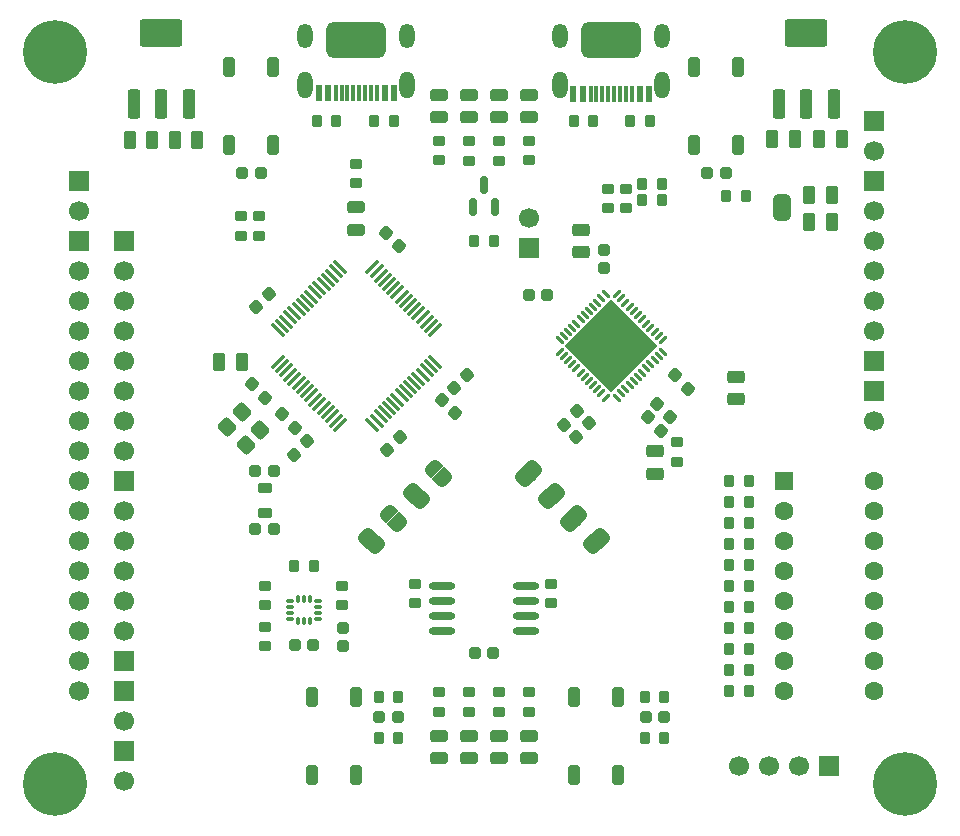
<source format=gbr>
%TF.GenerationSoftware,KiCad,Pcbnew,9.0.4*%
%TF.CreationDate,2025-12-11T19:56:23+01:00*%
%TF.ProjectId,iCEBrainstorm,69434542-7261-4696-9e73-746f726d2e6b,rev?*%
%TF.SameCoordinates,Original*%
%TF.FileFunction,Soldermask,Top*%
%TF.FilePolarity,Negative*%
%FSLAX46Y46*%
G04 Gerber Fmt 4.6, Leading zero omitted, Abs format (unit mm)*
G04 Created by KiCad (PCBNEW 9.0.4) date 2025-12-11 19:56:23*
%MOMM*%
%LPD*%
G01*
G04 APERTURE LIST*
G04 Aperture macros list*
%AMRoundRect*
0 Rectangle with rounded corners*
0 $1 Rounding radius*
0 $2 $3 $4 $5 $6 $7 $8 $9 X,Y pos of 4 corners*
0 Add a 4 corners polygon primitive as box body*
4,1,4,$2,$3,$4,$5,$6,$7,$8,$9,$2,$3,0*
0 Add four circle primitives for the rounded corners*
1,1,$1+$1,$2,$3*
1,1,$1+$1,$4,$5*
1,1,$1+$1,$6,$7*
1,1,$1+$1,$8,$9*
0 Add four rect primitives between the rounded corners*
20,1,$1+$1,$2,$3,$4,$5,0*
20,1,$1+$1,$4,$5,$6,$7,0*
20,1,$1+$1,$6,$7,$8,$9,0*
20,1,$1+$1,$8,$9,$2,$3,0*%
%AMRotRect*
0 Rectangle, with rotation*
0 The origin of the aperture is its center*
0 $1 length*
0 $2 width*
0 $3 Rotation angle, in degrees counterclockwise*
0 Add horizontal line*
21,1,$1,$2,0,0,$3*%
%AMFreePoly0*
4,1,23,0.500000,-0.750000,0.000000,-0.750000,0.000000,-0.745722,-0.065263,-0.745722,-0.191342,-0.711940,-0.304381,-0.646677,-0.396677,-0.554381,-0.461940,-0.441342,-0.495722,-0.315263,-0.495722,-0.250000,-0.500000,-0.250000,-0.500000,0.250000,-0.495722,0.250000,-0.495722,0.315263,-0.461940,0.441342,-0.396677,0.554381,-0.304381,0.646677,-0.191342,0.711940,-0.065263,0.745722,0.000000,0.745722,
0.000000,0.750000,0.500000,0.750000,0.500000,-0.750000,0.500000,-0.750000,$1*%
%AMFreePoly1*
4,1,23,0.000000,0.745722,0.065263,0.745722,0.191342,0.711940,0.304381,0.646677,0.396677,0.554381,0.461940,0.441342,0.495722,0.315263,0.495722,0.250000,0.500000,0.250000,0.500000,-0.250000,0.495722,-0.250000,0.495722,-0.315263,0.461940,-0.441342,0.396677,-0.554381,0.304381,-0.646677,0.191342,-0.711940,0.065263,-0.745722,0.000000,-0.745722,0.000000,-0.750000,-0.500000,-0.750000,
-0.500000,0.750000,0.000000,0.750000,0.000000,0.745722,0.000000,0.745722,$1*%
G04 Aperture macros list end*
%ADD10C,0.000000*%
%ADD11RoundRect,0.261500X0.476500X-0.261500X0.476500X0.261500X-0.476500X0.261500X-0.476500X-0.261500X0*%
%ADD12RoundRect,0.269000X0.494000X-0.269000X0.494000X0.269000X-0.494000X0.269000X-0.494000X-0.269000X0*%
%ADD13RoundRect,0.219000X0.219000X0.294000X-0.219000X0.294000X-0.219000X-0.294000X0.219000X-0.294000X0*%
%ADD14RoundRect,0.219000X-0.219000X-0.294000X0.219000X-0.294000X0.219000X0.294000X-0.219000X0.294000X0*%
%ADD15O,2.250000X0.630000*%
%ADD16RoundRect,0.244000X0.244000X0.269000X-0.244000X0.269000X-0.244000X-0.269000X0.244000X-0.269000X0*%
%ADD17RoundRect,0.250000X-0.300000X1.000000X-0.300000X-1.000000X0.300000X-1.000000X0.300000X1.000000X0*%
%ADD18C,0.500000*%
%ADD19RoundRect,0.250000X-1.550000X0.920000X-1.550000X-0.920000X1.550000X-0.920000X1.550000X0.920000X0*%
%ADD20RoundRect,0.269000X-0.269000X-0.494000X0.269000X-0.494000X0.269000X0.494000X-0.269000X0.494000X0*%
%ADD21C,5.400000*%
%ADD22RoundRect,0.244000X-0.362746X-0.017678X-0.017678X-0.362746X0.362746X0.017678X0.017678X0.362746X0*%
%ADD23RoundRect,0.261500X-0.476500X0.261500X-0.476500X-0.261500X0.476500X-0.261500X0.476500X0.261500X0*%
%ADD24FreePoly0,270.000000*%
%ADD25FreePoly1,270.000000*%
%ADD26RoundRect,0.219000X0.294000X-0.219000X0.294000X0.219000X-0.294000X0.219000X-0.294000X-0.219000X0*%
%ADD27RoundRect,0.244000X-0.017678X0.362746X-0.362746X0.017678X0.017678X-0.362746X0.362746X-0.017678X0*%
%ADD28RoundRect,0.269000X-0.494000X0.269000X-0.494000X-0.269000X0.494000X-0.269000X0.494000X0.269000X0*%
%ADD29R,1.700000X1.700000*%
%ADD30C,1.700000*%
%ADD31RoundRect,0.219000X-0.294000X0.219000X-0.294000X-0.219000X0.294000X-0.219000X0.294000X0.219000X0*%
%ADD32RoundRect,0.244000X-0.244000X-0.269000X0.244000X-0.269000X0.244000X0.269000X-0.244000X0.269000X0*%
%ADD33RoundRect,0.250000X-0.550000X-0.550000X0.550000X-0.550000X0.550000X0.550000X-0.550000X0.550000X0*%
%ADD34C,1.600000*%
%ADD35RoundRect,0.250000X0.250000X-0.600000X0.250000X0.600000X-0.250000X0.600000X-0.250000X-0.600000X0*%
%ADD36RoundRect,0.244000X0.017678X-0.362746X0.362746X-0.017678X-0.017678X0.362746X-0.362746X0.017678X0*%
%ADD37RoundRect,0.250000X-0.250000X0.600000X-0.250000X-0.600000X0.250000X-0.600000X0.250000X0.600000X0*%
%ADD38RoundRect,0.062500X-0.309359X0.220971X0.220971X-0.309359X0.309359X-0.220971X-0.220971X0.309359X0*%
%ADD39RoundRect,0.062500X-0.309359X-0.220971X-0.220971X-0.309359X0.309359X0.220971X0.220971X0.309359X0*%
%ADD40RotRect,5.600000X5.600000X315.000000*%
%ADD41RoundRect,0.250000X-0.565685X0.070711X0.070711X-0.565685X0.565685X-0.070711X-0.070711X0.565685X0*%
%ADD42RoundRect,0.150000X0.150000X-0.590000X0.150000X0.590000X-0.150000X0.590000X-0.150000X-0.590000X0*%
%ADD43R,0.300000X1.400000*%
%ADD44R,0.500000X1.400000*%
%ADD45O,1.300000X2.300000*%
%ADD46O,1.300000X2.100000*%
%ADD47RoundRect,0.500000X2.000000X1.000000X-2.000000X1.000000X-2.000000X-1.000000X2.000000X-1.000000X0*%
%ADD48RoundRect,0.244000X-0.269000X0.244000X-0.269000X-0.244000X0.269000X-0.244000X0.269000X0.244000X0*%
%ADD49FreePoly0,45.000000*%
%ADD50FreePoly1,45.000000*%
%ADD51FreePoly0,315.000000*%
%ADD52FreePoly1,315.000000*%
%ADD53RoundRect,0.244000X0.269000X-0.244000X0.269000X0.244000X-0.269000X0.244000X-0.269000X-0.244000X0*%
%ADD54RoundRect,0.269000X0.269000X0.494000X-0.269000X0.494000X-0.269000X-0.494000X0.269000X-0.494000X0*%
%ADD55RoundRect,0.075000X-0.441942X-0.548008X0.548008X0.441942X0.441942X0.548008X-0.548008X-0.441942X0*%
%ADD56RoundRect,0.075000X0.441942X-0.548008X0.548008X-0.441942X-0.441942X0.548008X-0.548008X0.441942X0*%
%ADD57RoundRect,0.244000X0.362746X0.017678X0.017678X0.362746X-0.362746X-0.017678X-0.017678X-0.362746X0*%
%ADD58RoundRect,0.087500X-0.225000X-0.087500X0.225000X-0.087500X0.225000X0.087500X-0.225000X0.087500X0*%
%ADD59RoundRect,0.087500X-0.087500X-0.225000X0.087500X-0.225000X0.087500X0.225000X-0.087500X0.225000X0*%
%ADD60RoundRect,0.220000X-0.380000X0.220000X-0.380000X-0.220000X0.380000X-0.220000X0.380000X0.220000X0*%
G04 APERTURE END LIST*
%TO.C,JP1*%
G36*
X126328800Y-76999200D02*
G01*
X124828800Y-76999200D01*
X124828800Y-77299200D01*
X126328800Y-77299200D01*
X126328800Y-76999200D01*
G37*
D10*
%TO.C,JP6*%
G36*
X104776396Y-100119264D02*
G01*
X104564264Y-100331396D01*
X103503604Y-99270736D01*
X103715736Y-99058604D01*
X104776396Y-100119264D01*
G37*
%TO.C,JP3*%
G36*
X93346396Y-103080736D02*
G01*
X92285736Y-104141396D01*
X92073604Y-103929264D01*
X93134264Y-102868604D01*
X93346396Y-103080736D01*
G37*
%TO.C,JP9*%
G36*
X108586396Y-103929264D02*
G01*
X108374264Y-104141396D01*
X107313604Y-103080736D01*
X107525736Y-102868604D01*
X108586396Y-103929264D01*
G37*
%TO.C,JP7*%
G36*
X110491396Y-105834264D02*
G01*
X110279264Y-106046396D01*
X109218604Y-104985736D01*
X109430736Y-104773604D01*
X110491396Y-105834264D01*
G37*
%TO.C,JP5*%
G36*
X97156396Y-99270736D02*
G01*
X96095736Y-100331396D01*
X95883604Y-100119264D01*
X96944264Y-99058604D01*
X97156396Y-99270736D01*
G37*
%TO.C,JP4*%
G36*
X95251396Y-101175736D02*
G01*
X94190736Y-102236396D01*
X93978604Y-102024264D01*
X95039264Y-100963604D01*
X95251396Y-101175736D01*
G37*
%TO.C,JP2*%
G36*
X91441396Y-104985736D02*
G01*
X90380736Y-106046396D01*
X90168604Y-105834264D01*
X91229264Y-104773604D01*
X91441396Y-104985736D01*
G37*
%TO.C,JP8*%
G36*
X106681396Y-102024264D02*
G01*
X106469264Y-102236396D01*
X105408604Y-101175736D01*
X105620736Y-100963604D01*
X106681396Y-102024264D01*
G37*
%TD*%
D11*
%TO.C,D3*%
X96520000Y-69520000D03*
X96520000Y-67640000D03*
%TD*%
D12*
%TO.C,C29*%
X108585000Y-80960000D03*
X108585000Y-79060000D03*
%TD*%
D13*
%TO.C,R17*%
X122740000Y-109220000D03*
X121100000Y-109220000D03*
%TD*%
D14*
%TO.C,R10*%
X121100000Y-107442000D03*
X122740000Y-107442000D03*
%TD*%
D15*
%TO.C,U5*%
X96800000Y-109215000D03*
X96800000Y-110485000D03*
X96800000Y-111765000D03*
X96800000Y-113035000D03*
X103860000Y-113035000D03*
X103860000Y-111765000D03*
X103860000Y-110485000D03*
X103860000Y-109215000D03*
%TD*%
D16*
%TO.C,C10*%
X81425000Y-74295000D03*
X79865000Y-74295000D03*
%TD*%
D17*
%TO.C,U2*%
X125335000Y-68375000D03*
X127635000Y-68375000D03*
X129935000Y-68375000D03*
D18*
X128635000Y-62405000D03*
X127635000Y-62405000D03*
D19*
X127635000Y-62405000D03*
D18*
X126635000Y-62405000D03*
%TD*%
D20*
%TO.C,C4*%
X124735000Y-71405000D03*
X126635000Y-71405000D03*
%TD*%
D21*
%TO.C,H2*%
X136000000Y-64000000D03*
%TD*%
D13*
%TO.C,R8*%
X122740000Y-100330000D03*
X121100000Y-100330000D03*
%TD*%
%TO.C,R21*%
X122486000Y-76200000D03*
X120846000Y-76200000D03*
%TD*%
D22*
%TO.C,C24*%
X116542457Y-91396457D03*
X117645543Y-92499543D03*
%TD*%
D23*
%TO.C,D5*%
X104140000Y-121920000D03*
X104140000Y-123800000D03*
%TD*%
D24*
%TO.C,JP1*%
X125578800Y-76499200D03*
D25*
X125578800Y-77799200D03*
%TD*%
D26*
%TO.C,R23*%
X104140000Y-119870000D03*
X104140000Y-118230000D03*
%TD*%
D16*
%TO.C,C27*%
X105682000Y-84582000D03*
X104122000Y-84582000D03*
%TD*%
D13*
%TO.C,R30*%
X93060000Y-122095000D03*
X91420000Y-122095000D03*
%TD*%
D20*
%TO.C,C1*%
X74185000Y-71425000D03*
X76085000Y-71425000D03*
%TD*%
D27*
%TO.C,C30*%
X108247543Y-94444457D03*
X107144457Y-95547543D03*
%TD*%
D28*
%TO.C,C23*%
X121666000Y-91506000D03*
X121666000Y-93406000D03*
%TD*%
D21*
%TO.C,H1*%
X64000000Y-64000000D03*
%TD*%
D27*
%TO.C,C7*%
X109263543Y-95460457D03*
X108160457Y-96563543D03*
%TD*%
D11*
%TO.C,D2*%
X99060000Y-69520000D03*
X99060000Y-67640000D03*
%TD*%
D29*
%TO.C,J4*%
X69850000Y-123190000D03*
D30*
X69850000Y-125730000D03*
%TD*%
D20*
%TO.C,C2*%
X128735000Y-71405000D03*
X130635000Y-71405000D03*
%TD*%
D22*
%TO.C,C26*%
X115018457Y-93809457D03*
X116121543Y-94912543D03*
%TD*%
D13*
%TO.C,R38*%
X109590000Y-69850000D03*
X107950000Y-69850000D03*
%TD*%
D29*
%TO.C,J10*%
X133350000Y-90170000D03*
D30*
X133350000Y-87630000D03*
X133350000Y-85090000D03*
%TD*%
D31*
%TO.C,R5*%
X99060000Y-71570000D03*
X99060000Y-73210000D03*
%TD*%
D16*
%TO.C,C16*%
X82550000Y-104394000D03*
X80990000Y-104394000D03*
%TD*%
D14*
%TO.C,R3*%
X91059000Y-69850000D03*
X92699000Y-69850000D03*
%TD*%
D32*
%TO.C,C32*%
X114025000Y-120345000D03*
X115585000Y-120345000D03*
%TD*%
D33*
%TO.C,SW1*%
X125730000Y-100330000D03*
D34*
X125730000Y-102870000D03*
X125730000Y-105410000D03*
X125730000Y-107950000D03*
X125730000Y-110490000D03*
X125730000Y-113030000D03*
X125730000Y-115570000D03*
X125730000Y-118110000D03*
X133350000Y-118110000D03*
X133350000Y-115570000D03*
X133350000Y-113030000D03*
X133350000Y-110490000D03*
X133350000Y-107950000D03*
X133350000Y-105410000D03*
X133350000Y-102870000D03*
X133350000Y-100330000D03*
%TD*%
D31*
%TO.C,R6*%
X96520000Y-71545000D03*
X96520000Y-73185000D03*
%TD*%
%TO.C,R41*%
X88340000Y-109182000D03*
X88340000Y-110822000D03*
%TD*%
%TO.C,R28*%
X94488000Y-109035000D03*
X94488000Y-110675000D03*
%TD*%
D23*
%TO.C,D7*%
X99060000Y-121920000D03*
X99060000Y-123800000D03*
%TD*%
%TO.C,D4*%
X104140000Y-67640000D03*
X104140000Y-69520000D03*
%TD*%
D21*
%TO.C,H4*%
X136000000Y-126000000D03*
%TD*%
D35*
%TO.C,S3*%
X85780000Y-125220000D03*
X85780000Y-118620000D03*
X89480000Y-125220000D03*
X89480000Y-118620000D03*
%TD*%
D31*
%TO.C,R19*%
X79756000Y-77920000D03*
X79756000Y-79560000D03*
%TD*%
D16*
%TO.C,C31*%
X101110000Y-114935000D03*
X99550000Y-114935000D03*
%TD*%
D36*
%TO.C,C12*%
X81026000Y-85598000D03*
X82129086Y-84494914D03*
%TD*%
D17*
%TO.C,U1*%
X70725000Y-68375000D03*
X73025000Y-68375000D03*
X75325000Y-68375000D03*
D18*
X74025000Y-62405000D03*
X73025000Y-62405000D03*
D19*
X73025000Y-62405000D03*
D18*
X72025000Y-62405000D03*
%TD*%
D27*
%TO.C,C8*%
X98893086Y-91352914D03*
X97790000Y-92456000D03*
%TD*%
D13*
%TO.C,R33*%
X115625000Y-122095000D03*
X113985000Y-122095000D03*
%TD*%
D37*
%TO.C,S1*%
X82495000Y-65280000D03*
X82495000Y-71880000D03*
X78795000Y-65280000D03*
X78795000Y-71880000D03*
%TD*%
D29*
%TO.C,J7*%
X129540000Y-124460000D03*
D30*
X127000000Y-124460000D03*
X124460000Y-124460000D03*
X121920000Y-124460000D03*
%TD*%
D16*
%TO.C,C18*%
X82550000Y-99454000D03*
X80990000Y-99454000D03*
%TD*%
D26*
%TO.C,R22*%
X104140000Y-73185000D03*
X104140000Y-71545000D03*
%TD*%
%TO.C,R25*%
X99060000Y-119870000D03*
X99060000Y-118230000D03*
%TD*%
D35*
%TO.C,S4*%
X108005000Y-125220000D03*
X108005000Y-118620000D03*
X111705000Y-125220000D03*
X111705000Y-118620000D03*
%TD*%
D32*
%TO.C,C34*%
X84310000Y-114252000D03*
X85870000Y-114252000D03*
%TD*%
D26*
%TO.C,R26*%
X96520000Y-119870000D03*
X96520000Y-118230000D03*
%TD*%
D31*
%TO.C,R42*%
X112395000Y-75576000D03*
X112395000Y-77216000D03*
%TD*%
D21*
%TO.C,H3*%
X64000000Y-126000000D03*
%TD*%
D38*
%TO.C,U4*%
X110638864Y-84524777D03*
X110285311Y-84878330D03*
X109931757Y-85231884D03*
X109578204Y-85585437D03*
X109224651Y-85938990D03*
X108871097Y-86292544D03*
X108517544Y-86646097D03*
X108163990Y-86999651D03*
X107810437Y-87353204D03*
X107456884Y-87706757D03*
X107103330Y-88060311D03*
X106749777Y-88413864D03*
D39*
X106749777Y-89386136D03*
X107103330Y-89739689D03*
X107456884Y-90093243D03*
X107810437Y-90446796D03*
X108163990Y-90800349D03*
X108517544Y-91153903D03*
X108871097Y-91507456D03*
X109224651Y-91861010D03*
X109578204Y-92214563D03*
X109931757Y-92568116D03*
X110285311Y-92921670D03*
X110638864Y-93275223D03*
D38*
X111611136Y-93275223D03*
X111964689Y-92921670D03*
X112318243Y-92568116D03*
X112671796Y-92214563D03*
X113025349Y-91861010D03*
X113378903Y-91507456D03*
X113732456Y-91153903D03*
X114086010Y-90800349D03*
X114439563Y-90446796D03*
X114793116Y-90093243D03*
X115146670Y-89739689D03*
X115500223Y-89386136D03*
D39*
X115500223Y-88413864D03*
X115146670Y-88060311D03*
X114793116Y-87706757D03*
X114439563Y-87353204D03*
X114086010Y-86999651D03*
X113732456Y-86646097D03*
X113378903Y-86292544D03*
X113025349Y-85938990D03*
X112671796Y-85585437D03*
X112318243Y-85231884D03*
X111964689Y-84878330D03*
X111611136Y-84524777D03*
D40*
X111125000Y-88900000D03*
%TD*%
D41*
%TO.C,X1*%
X78609929Y-95729437D03*
X80165563Y-97285071D03*
X81410071Y-96040563D03*
X79854437Y-94484929D03*
%TD*%
D42*
%TO.C,Q1*%
X99380000Y-77140000D03*
X101280000Y-77140000D03*
X100330000Y-75260000D03*
%TD*%
D20*
%TO.C,C5*%
X127878800Y-78399200D03*
X129778800Y-78399200D03*
%TD*%
D43*
%TO.C,J16*%
X112363000Y-67524000D03*
X111363000Y-67524000D03*
X110863000Y-67524000D03*
X109863000Y-67524000D03*
D44*
X108713000Y-67524000D03*
X107913000Y-67524000D03*
D43*
X109363000Y-67524000D03*
X110363000Y-67524000D03*
X111863000Y-67524000D03*
X112863000Y-67524000D03*
D44*
X113513000Y-67524000D03*
X114313000Y-67524000D03*
D45*
X115443000Y-66844000D03*
D46*
X115443000Y-62644000D03*
D18*
X113113000Y-64024000D03*
X113113000Y-62024000D03*
D47*
X111113000Y-63024000D03*
D18*
X109113000Y-64024000D03*
X109113000Y-62024000D03*
D45*
X106783000Y-66844000D03*
D46*
X106783000Y-62644000D03*
%TD*%
D14*
%TO.C,R14*%
X121100000Y-118110000D03*
X122740000Y-118110000D03*
%TD*%
%TO.C,R9*%
X121100000Y-103886000D03*
X122740000Y-103886000D03*
%TD*%
D29*
%TO.C,J2*%
X66040000Y-80010000D03*
D30*
X66040000Y-82550000D03*
X66040000Y-85090000D03*
X66040000Y-87630000D03*
X66040000Y-90170000D03*
X66040000Y-92710000D03*
X66040000Y-95250000D03*
X66040000Y-97790000D03*
X66040000Y-100330000D03*
X66040000Y-102870000D03*
X66040000Y-105410000D03*
X66040000Y-107950000D03*
X66040000Y-110490000D03*
X66040000Y-113030000D03*
X66040000Y-115570000D03*
X66040000Y-118110000D03*
%TD*%
D26*
%TO.C,R27*%
X89535000Y-75115000D03*
X89535000Y-73475000D03*
%TD*%
D20*
%TO.C,C3*%
X70375000Y-71425000D03*
X72275000Y-71425000D03*
%TD*%
D48*
%TO.C,C33*%
X88392000Y-112758000D03*
X88392000Y-114318000D03*
%TD*%
D13*
%TO.C,R16*%
X122740000Y-105664000D03*
X121100000Y-105664000D03*
%TD*%
D23*
%TO.C,D8*%
X96520000Y-121920000D03*
X96520000Y-123800000D03*
%TD*%
D14*
%TO.C,R34*%
X84270000Y-107502000D03*
X85910000Y-107502000D03*
%TD*%
D49*
%TO.C,JP6*%
X103680381Y-100154619D03*
D50*
X104599619Y-99235381D03*
%TD*%
D22*
%TO.C,C13*%
X92031457Y-79331457D03*
X93134543Y-80434543D03*
%TD*%
D13*
%TO.C,R15*%
X122740000Y-102108000D03*
X121100000Y-102108000D03*
%TD*%
D31*
%TO.C,R2*%
X101600000Y-71570000D03*
X101600000Y-73210000D03*
%TD*%
D32*
%TO.C,C28*%
X91460000Y-120345000D03*
X93020000Y-120345000D03*
%TD*%
D27*
%TO.C,C19*%
X85387543Y-96984457D03*
X84284457Y-98087543D03*
%TD*%
D11*
%TO.C,D1*%
X101600000Y-69520000D03*
X101600000Y-67640000D03*
%TD*%
D23*
%TO.C,D6*%
X101600000Y-121920000D03*
X101600000Y-123800000D03*
%TD*%
D51*
%TO.C,JP3*%
X92250381Y-103045381D03*
D52*
X93169619Y-103964619D03*
%TD*%
D53*
%TO.C,C25*%
X110490000Y-82314000D03*
X110490000Y-80754000D03*
%TD*%
D20*
%TO.C,C22*%
X127878800Y-76149200D03*
X129778800Y-76149200D03*
%TD*%
D49*
%TO.C,JP9*%
X107490381Y-103964619D03*
D50*
X108409619Y-103045381D03*
%TD*%
D54*
%TO.C,C15*%
X79817000Y-90297000D03*
X77917000Y-90297000D03*
%TD*%
D31*
%TO.C,R36*%
X81840000Y-112682000D03*
X81840000Y-114322000D03*
%TD*%
D13*
%TO.C,R18*%
X122740000Y-110998000D03*
X121100000Y-110998000D03*
%TD*%
D55*
%TO.C,U3*%
X82870519Y-90261181D03*
X83224072Y-90614734D03*
X83577625Y-90968287D03*
X83931179Y-91321841D03*
X84284732Y-91675394D03*
X84638286Y-92028948D03*
X84991839Y-92382501D03*
X85345392Y-92736054D03*
X85698946Y-93089608D03*
X86052499Y-93443161D03*
X86406052Y-93796714D03*
X86759606Y-94150268D03*
X87113159Y-94503821D03*
X87466713Y-94857375D03*
X87820266Y-95210928D03*
X88173819Y-95564481D03*
D56*
X90896181Y-95564481D03*
X91249734Y-95210928D03*
X91603287Y-94857375D03*
X91956841Y-94503821D03*
X92310394Y-94150268D03*
X92663948Y-93796714D03*
X93017501Y-93443161D03*
X93371054Y-93089608D03*
X93724608Y-92736054D03*
X94078161Y-92382501D03*
X94431714Y-92028948D03*
X94785268Y-91675394D03*
X95138821Y-91321841D03*
X95492375Y-90968287D03*
X95845928Y-90614734D03*
X96199481Y-90261181D03*
D55*
X96199481Y-87538819D03*
X95845928Y-87185266D03*
X95492375Y-86831713D03*
X95138821Y-86478159D03*
X94785268Y-86124606D03*
X94431714Y-85771052D03*
X94078161Y-85417499D03*
X93724608Y-85063946D03*
X93371054Y-84710392D03*
X93017501Y-84356839D03*
X92663948Y-84003286D03*
X92310394Y-83649732D03*
X91956841Y-83296179D03*
X91603287Y-82942625D03*
X91249734Y-82589072D03*
X90896181Y-82235519D03*
D56*
X88173819Y-82235519D03*
X87820266Y-82589072D03*
X87466713Y-82942625D03*
X87113159Y-83296179D03*
X86759606Y-83649732D03*
X86406052Y-84003286D03*
X86052499Y-84356839D03*
X85698946Y-84710392D03*
X85345392Y-85063946D03*
X84991839Y-85417499D03*
X84638286Y-85771052D03*
X84284732Y-86124606D03*
X83931179Y-86478159D03*
X83577625Y-86831713D03*
X83224072Y-87185266D03*
X82870519Y-87538819D03*
%TD*%
D49*
%TO.C,JP7*%
X109395381Y-105869619D03*
D50*
X110314619Y-104950381D03*
%TD*%
D29*
%TO.C,J15*%
X69850000Y-115570000D03*
D30*
X69850000Y-113030000D03*
X69850000Y-110490000D03*
X69850000Y-107950000D03*
X69850000Y-105410000D03*
X69850000Y-102870000D03*
%TD*%
D14*
%TO.C,R12*%
X121100000Y-114554000D03*
X122740000Y-114554000D03*
%TD*%
D28*
%TO.C,C9*%
X114808000Y-97830600D03*
X114808000Y-99730600D03*
%TD*%
D57*
%TO.C,C14*%
X97877086Y-94575086D03*
X96774000Y-93472000D03*
%TD*%
D14*
%TO.C,R1*%
X99510000Y-80010000D03*
X101150000Y-80010000D03*
%TD*%
D29*
%TO.C,J13*%
X69850000Y-118110000D03*
D30*
X69850000Y-120650000D03*
%TD*%
D14*
%TO.C,R11*%
X121100000Y-112776000D03*
X122740000Y-112776000D03*
%TD*%
D23*
%TO.C,D9*%
X89535000Y-77165000D03*
X89535000Y-79045000D03*
%TD*%
D29*
%TO.C,J12*%
X66040000Y-74930000D03*
D30*
X66040000Y-77470000D03*
%TD*%
D43*
%TO.C,J1*%
X90785000Y-67500000D03*
X89785000Y-67500000D03*
X89285000Y-67500000D03*
X88285000Y-67500000D03*
D44*
X87135000Y-67500000D03*
X86335000Y-67500000D03*
D43*
X87785000Y-67500000D03*
X88785000Y-67500000D03*
X90285000Y-67500000D03*
X91285000Y-67500000D03*
D44*
X91935000Y-67500000D03*
X92735000Y-67500000D03*
D45*
X93865000Y-66820000D03*
D46*
X93865000Y-62620000D03*
D18*
X91535000Y-64000000D03*
X91535000Y-62000000D03*
D47*
X89535000Y-63000000D03*
D18*
X87535000Y-64000000D03*
X87535000Y-62000000D03*
D45*
X85205000Y-66820000D03*
D46*
X85205000Y-62620000D03*
%TD*%
D29*
%TO.C,J5*%
X133350000Y-69850000D03*
D30*
X133350000Y-72390000D03*
%TD*%
D29*
%TO.C,J9*%
X69850000Y-100330000D03*
D30*
X69850000Y-97790000D03*
X69850000Y-95250000D03*
%TD*%
D37*
%TO.C,S2*%
X121865000Y-65280000D03*
X121865000Y-71880000D03*
X118165000Y-65280000D03*
X118165000Y-71880000D03*
%TD*%
D26*
%TO.C,R7*%
X116713000Y-98686200D03*
X116713000Y-97046200D03*
%TD*%
D31*
%TO.C,R31*%
X106045000Y-109035000D03*
X106045000Y-110675000D03*
%TD*%
%TO.C,R20*%
X81280000Y-77920000D03*
X81280000Y-79560000D03*
%TD*%
%TO.C,R43*%
X110871000Y-75576000D03*
X110871000Y-77216000D03*
%TD*%
D13*
%TO.C,R29*%
X93060000Y-118595000D03*
X91420000Y-118595000D03*
%TD*%
D58*
%TO.C,U6*%
X83927500Y-110502000D03*
X83927500Y-111002000D03*
X83927500Y-111502000D03*
X83927500Y-112002000D03*
D59*
X84590000Y-112164500D03*
X85090000Y-112164500D03*
X85590000Y-112164500D03*
D58*
X86252500Y-112002000D03*
X86252500Y-111502000D03*
X86252500Y-111002000D03*
X86252500Y-110502000D03*
D59*
X85590000Y-110339500D03*
X85090000Y-110339500D03*
X84590000Y-110339500D03*
%TD*%
D29*
%TO.C,J14*%
X104140000Y-80645000D03*
D30*
X104140000Y-78105000D03*
%TD*%
D22*
%TO.C,C20*%
X83268457Y-94698457D03*
X84371543Y-95801543D03*
%TD*%
D51*
%TO.C,JP5*%
X96060381Y-99235381D03*
D52*
X96979619Y-100154619D03*
%TD*%
D29*
%TO.C,J11*%
X133350000Y-74930000D03*
D30*
X133350000Y-77470000D03*
X133350000Y-80010000D03*
X133350000Y-82550000D03*
%TD*%
D51*
%TO.C,JP4*%
X94155381Y-101140381D03*
D52*
X95074619Y-102059619D03*
%TD*%
D13*
%TO.C,R40*%
X115374000Y-76581000D03*
X113734000Y-76581000D03*
%TD*%
D22*
%TO.C,C6*%
X114256457Y-94952457D03*
X115359543Y-96055543D03*
%TD*%
D29*
%TO.C,J3*%
X69850000Y-80010000D03*
D30*
X69850000Y-82550000D03*
X69850000Y-85090000D03*
X69850000Y-87630000D03*
X69850000Y-90170000D03*
X69850000Y-92710000D03*
%TD*%
D13*
%TO.C,R39*%
X115374000Y-75184000D03*
X113734000Y-75184000D03*
%TD*%
D16*
%TO.C,C21*%
X120795000Y-74280000D03*
X119235000Y-74280000D03*
%TD*%
D22*
%TO.C,C17*%
X80728457Y-92158457D03*
X81831543Y-93261543D03*
%TD*%
D51*
%TO.C,JP2*%
X90345381Y-104950381D03*
D52*
X91264619Y-105869619D03*
%TD*%
D14*
%TO.C,R13*%
X121100000Y-116332000D03*
X122740000Y-116332000D03*
%TD*%
D13*
%TO.C,R32*%
X115625000Y-118595000D03*
X113985000Y-118595000D03*
%TD*%
D49*
%TO.C,JP8*%
X105585381Y-102059619D03*
D50*
X106504619Y-101140381D03*
%TD*%
D27*
%TO.C,C11*%
X93261543Y-96603457D03*
X92158457Y-97706543D03*
%TD*%
D14*
%TO.C,R37*%
X112718000Y-69850000D03*
X114358000Y-69850000D03*
%TD*%
D29*
%TO.C,J6*%
X133350000Y-92710000D03*
D30*
X133350000Y-95250000D03*
%TD*%
D26*
%TO.C,R24*%
X101600000Y-119870000D03*
X101600000Y-118230000D03*
%TD*%
D60*
%TO.C,FB1*%
X81770000Y-100894000D03*
X81770000Y-103014000D03*
%TD*%
D13*
%TO.C,R4*%
X87815000Y-69850000D03*
X86175000Y-69850000D03*
%TD*%
D26*
%TO.C,R35*%
X81840000Y-110822000D03*
X81840000Y-109182000D03*
%TD*%
M02*

</source>
